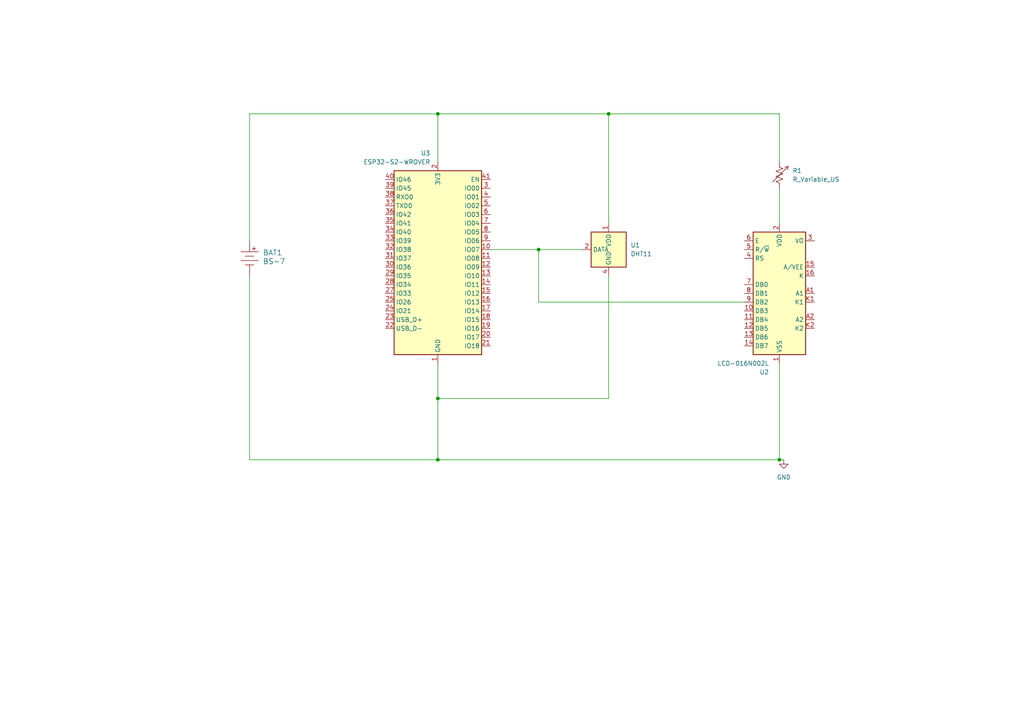
<source format=kicad_sch>
(kicad_sch
	(version 20231120)
	(generator "eeschema")
	(generator_version "8.0")
	(uuid "fd9d8ed1-9b66-4d32-83eb-19e4cb8002eb")
	(paper "A4")
	(lib_symbols
		(symbol "Device:R_Variable_US"
			(pin_numbers hide)
			(pin_names
				(offset 0)
			)
			(exclude_from_sim no)
			(in_bom yes)
			(on_board yes)
			(property "Reference" "R"
				(at 2.54 -2.54 90)
				(effects
					(font
						(size 1.27 1.27)
					)
					(justify left)
				)
			)
			(property "Value" "R_Variable_US"
				(at -2.54 -1.27 90)
				(effects
					(font
						(size 1.27 1.27)
					)
					(justify left)
				)
			)
			(property "Footprint" ""
				(at -1.778 0 90)
				(effects
					(font
						(size 1.27 1.27)
					)
					(hide yes)
				)
			)
			(property "Datasheet" "~"
				(at 0 0 0)
				(effects
					(font
						(size 1.27 1.27)
					)
					(hide yes)
				)
			)
			(property "Description" "Variable resistor, US symbol"
				(at 0 0 0)
				(effects
					(font
						(size 1.27 1.27)
					)
					(hide yes)
				)
			)
			(property "ki_keywords" "R res resistor variable potentiometer rheostat"
				(at 0 0 0)
				(effects
					(font
						(size 1.27 1.27)
					)
					(hide yes)
				)
			)
			(property "ki_fp_filters" "R_*"
				(at 0 0 0)
				(effects
					(font
						(size 1.27 1.27)
					)
					(hide yes)
				)
			)
			(symbol "R_Variable_US_0_1"
				(polyline
					(pts
						(xy 0 -2.286) (xy 0 -2.54)
					)
					(stroke
						(width 0)
						(type default)
					)
					(fill
						(type none)
					)
				)
				(polyline
					(pts
						(xy 0 2.286) (xy 0 2.54)
					)
					(stroke
						(width 0)
						(type default)
					)
					(fill
						(type none)
					)
				)
				(polyline
					(pts
						(xy 0 -0.762) (xy 1.016 -1.143) (xy 0 -1.524) (xy -1.016 -1.905) (xy 0 -2.286)
					)
					(stroke
						(width 0)
						(type default)
					)
					(fill
						(type none)
					)
				)
				(polyline
					(pts
						(xy 0 0.762) (xy 1.016 0.381) (xy 0 0) (xy -1.016 -0.381) (xy 0 -0.762)
					)
					(stroke
						(width 0)
						(type default)
					)
					(fill
						(type none)
					)
				)
				(polyline
					(pts
						(xy 0 2.286) (xy 1.016 1.905) (xy 0 1.524) (xy -1.016 1.143) (xy 0 0.762)
					)
					(stroke
						(width 0.1524)
						(type default)
					)
					(fill
						(type none)
					)
				)
				(polyline
					(pts
						(xy 2.286 1.524) (xy 2.54 2.54) (xy 1.524 2.286) (xy 2.54 2.54) (xy -2.032 -2.032)
					)
					(stroke
						(width 0.1524)
						(type default)
					)
					(fill
						(type none)
					)
				)
			)
			(symbol "R_Variable_US_1_1"
				(pin passive line
					(at 0 3.81 270)
					(length 1.27)
					(name "~"
						(effects
							(font
								(size 1.27 1.27)
							)
						)
					)
					(number "1"
						(effects
							(font
								(size 1.27 1.27)
							)
						)
					)
				)
				(pin passive line
					(at 0 -3.81 90)
					(length 1.27)
					(name "~"
						(effects
							(font
								(size 1.27 1.27)
							)
						)
					)
					(number "2"
						(effects
							(font
								(size 1.27 1.27)
							)
						)
					)
				)
			)
		)
		(symbol "Display_Character:LCD-016N002L"
			(exclude_from_sim no)
			(in_bom yes)
			(on_board yes)
			(property "Reference" "U"
				(at -6.35 18.796 0)
				(effects
					(font
						(size 1.27 1.27)
					)
				)
			)
			(property "Value" "LCD-016N002L"
				(at 8.636 18.796 0)
				(effects
					(font
						(size 1.27 1.27)
					)
				)
			)
			(property "Footprint" "Display:LCD-016N002L"
				(at 0.508 -23.368 0)
				(effects
					(font
						(size 1.27 1.27)
					)
					(hide yes)
				)
			)
			(property "Datasheet" "http://www.vishay.com/docs/37299/37299.pdf"
				(at 12.7 -7.62 0)
				(effects
					(font
						(size 1.27 1.27)
					)
					(hide yes)
				)
			)
			(property "Description" "LCD 12x2, 8 bit parallel bus, 3V or 5V VDD"
				(at 0 0 0)
				(effects
					(font
						(size 1.27 1.27)
					)
					(hide yes)
				)
			)
			(property "ki_keywords" "display LCD dot-matrix"
				(at 0 0 0)
				(effects
					(font
						(size 1.27 1.27)
					)
					(hide yes)
				)
			)
			(property "ki_fp_filters" "*LCD*016N002L*"
				(at 0 0 0)
				(effects
					(font
						(size 1.27 1.27)
					)
					(hide yes)
				)
			)
			(symbol "LCD-016N002L_1_1"
				(rectangle
					(start -7.62 17.78)
					(end 7.62 -17.78)
					(stroke
						(width 0.254)
						(type default)
					)
					(fill
						(type background)
					)
				)
				(pin power_in line
					(at 0 -20.32 90)
					(length 2.54)
					(name "VSS"
						(effects
							(font
								(size 1.27 1.27)
							)
						)
					)
					(number "1"
						(effects
							(font
								(size 1.27 1.27)
							)
						)
					)
				)
				(pin bidirectional line
					(at -10.16 -5.08 0)
					(length 2.54)
					(name "DB3"
						(effects
							(font
								(size 1.27 1.27)
							)
						)
					)
					(number "10"
						(effects
							(font
								(size 1.27 1.27)
							)
						)
					)
				)
				(pin bidirectional line
					(at -10.16 -7.62 0)
					(length 2.54)
					(name "DB4"
						(effects
							(font
								(size 1.27 1.27)
							)
						)
					)
					(number "11"
						(effects
							(font
								(size 1.27 1.27)
							)
						)
					)
				)
				(pin bidirectional line
					(at -10.16 -10.16 0)
					(length 2.54)
					(name "DB5"
						(effects
							(font
								(size 1.27 1.27)
							)
						)
					)
					(number "12"
						(effects
							(font
								(size 1.27 1.27)
							)
						)
					)
				)
				(pin bidirectional line
					(at -10.16 -12.7 0)
					(length 2.54)
					(name "DB6"
						(effects
							(font
								(size 1.27 1.27)
							)
						)
					)
					(number "13"
						(effects
							(font
								(size 1.27 1.27)
							)
						)
					)
				)
				(pin bidirectional line
					(at -10.16 -15.24 0)
					(length 2.54)
					(name "DB7"
						(effects
							(font
								(size 1.27 1.27)
							)
						)
					)
					(number "14"
						(effects
							(font
								(size 1.27 1.27)
							)
						)
					)
				)
				(pin power_in line
					(at 10.16 7.62 180)
					(length 2.54)
					(name "A/VEE"
						(effects
							(font
								(size 1.27 1.27)
							)
						)
					)
					(number "15"
						(effects
							(font
								(size 1.27 1.27)
							)
						)
					)
				)
				(pin power_in line
					(at 10.16 5.08 180)
					(length 2.54)
					(name "K"
						(effects
							(font
								(size 1.27 1.27)
							)
						)
					)
					(number "16"
						(effects
							(font
								(size 1.27 1.27)
							)
						)
					)
				)
				(pin power_in line
					(at 0 20.32 270)
					(length 2.54)
					(name "VDD"
						(effects
							(font
								(size 1.27 1.27)
							)
						)
					)
					(number "2"
						(effects
							(font
								(size 1.27 1.27)
							)
						)
					)
				)
				(pin input line
					(at 10.16 15.24 180)
					(length 2.54)
					(name "VO"
						(effects
							(font
								(size 1.27 1.27)
							)
						)
					)
					(number "3"
						(effects
							(font
								(size 1.27 1.27)
							)
						)
					)
				)
				(pin input line
					(at -10.16 10.16 0)
					(length 2.54)
					(name "RS"
						(effects
							(font
								(size 1.27 1.27)
							)
						)
					)
					(number "4"
						(effects
							(font
								(size 1.27 1.27)
							)
						)
					)
				)
				(pin input line
					(at -10.16 12.7 0)
					(length 2.54)
					(name "R/~{W}"
						(effects
							(font
								(size 1.27 1.27)
							)
						)
					)
					(number "5"
						(effects
							(font
								(size 1.27 1.27)
							)
						)
					)
				)
				(pin input line
					(at -10.16 15.24 0)
					(length 2.54)
					(name "E"
						(effects
							(font
								(size 1.27 1.27)
							)
						)
					)
					(number "6"
						(effects
							(font
								(size 1.27 1.27)
							)
						)
					)
				)
				(pin bidirectional line
					(at -10.16 2.54 0)
					(length 2.54)
					(name "DB0"
						(effects
							(font
								(size 1.27 1.27)
							)
						)
					)
					(number "7"
						(effects
							(font
								(size 1.27 1.27)
							)
						)
					)
				)
				(pin bidirectional line
					(at -10.16 0 0)
					(length 2.54)
					(name "DB1"
						(effects
							(font
								(size 1.27 1.27)
							)
						)
					)
					(number "8"
						(effects
							(font
								(size 1.27 1.27)
							)
						)
					)
				)
				(pin bidirectional line
					(at -10.16 -2.54 0)
					(length 2.54)
					(name "DB2"
						(effects
							(font
								(size 1.27 1.27)
							)
						)
					)
					(number "9"
						(effects
							(font
								(size 1.27 1.27)
							)
						)
					)
				)
				(pin power_in line
					(at 10.16 0 180)
					(length 2.54)
					(name "A1"
						(effects
							(font
								(size 1.27 1.27)
							)
						)
					)
					(number "A1"
						(effects
							(font
								(size 1.27 1.27)
							)
						)
					)
				)
				(pin power_in line
					(at 10.16 -7.62 180)
					(length 2.54)
					(name "A2"
						(effects
							(font
								(size 1.27 1.27)
							)
						)
					)
					(number "A2"
						(effects
							(font
								(size 1.27 1.27)
							)
						)
					)
				)
				(pin power_in line
					(at 10.16 -2.54 180)
					(length 2.54)
					(name "K1"
						(effects
							(font
								(size 1.27 1.27)
							)
						)
					)
					(number "K1"
						(effects
							(font
								(size 1.27 1.27)
							)
						)
					)
				)
				(pin power_in line
					(at 10.16 -10.16 180)
					(length 2.54)
					(name "K2"
						(effects
							(font
								(size 1.27 1.27)
							)
						)
					)
					(number "K2"
						(effects
							(font
								(size 1.27 1.27)
							)
						)
					)
				)
			)
		)
		(symbol "RF_Module:ESP32-S2-WROVER"
			(exclude_from_sim no)
			(in_bom yes)
			(on_board yes)
			(property "Reference" "U"
				(at -12.7 29.21 0)
				(effects
					(font
						(size 1.27 1.27)
					)
					(justify left)
				)
			)
			(property "Value" "ESP32-S2-WROVER"
				(at 2.54 29.21 0)
				(effects
					(font
						(size 1.27 1.27)
					)
					(justify left)
				)
			)
			(property "Footprint" "RF_Module:ESP32-S2-WROVER"
				(at 19.05 -29.21 0)
				(effects
					(font
						(size 1.27 1.27)
					)
					(hide yes)
				)
			)
			(property "Datasheet" "https://www.espressif.com/sites/default/files/documentation/esp32-s2-wroom_esp32-s2-wroom-i_datasheet_en.pdf"
				(at -7.62 -20.32 0)
				(effects
					(font
						(size 1.27 1.27)
					)
					(hide yes)
				)
			)
			(property "Description" "RF Module, ESP32-D0WDQ6 SoC, Wi-Fi 802.11b/g/n, 32-bit, 2.7-3.6V, onboard antenna, SMD"
				(at 0 0 0)
				(effects
					(font
						(size 1.27 1.27)
					)
					(hide yes)
				)
			)
			(property "ki_keywords" "RF Radio ESP ESP32 Espressif onboard PCB antenna"
				(at 0 0 0)
				(effects
					(font
						(size 1.27 1.27)
					)
					(hide yes)
				)
			)
			(property "ki_fp_filters" "ESP32?S2?WROVER*"
				(at 0 0 0)
				(effects
					(font
						(size 1.27 1.27)
					)
					(hide yes)
				)
			)
			(symbol "ESP32-S2-WROVER_0_1"
				(rectangle
					(start -12.7 27.94)
					(end 12.7 -25.4)
					(stroke
						(width 0.254)
						(type default)
					)
					(fill
						(type background)
					)
				)
			)
			(symbol "ESP32-S2-WROVER_1_1"
				(pin power_in line
					(at 0 -27.94 90)
					(length 2.54)
					(name "GND"
						(effects
							(font
								(size 1.27 1.27)
							)
						)
					)
					(number "1"
						(effects
							(font
								(size 1.27 1.27)
							)
						)
					)
				)
				(pin bidirectional line
					(at -15.24 5.08 0)
					(length 2.54)
					(name "IO07"
						(effects
							(font
								(size 1.27 1.27)
							)
						)
					)
					(number "10"
						(effects
							(font
								(size 1.27 1.27)
							)
						)
					)
				)
				(pin bidirectional line
					(at -15.24 2.54 0)
					(length 2.54)
					(name "IO08"
						(effects
							(font
								(size 1.27 1.27)
							)
						)
					)
					(number "11"
						(effects
							(font
								(size 1.27 1.27)
							)
						)
					)
				)
				(pin bidirectional line
					(at -15.24 0 0)
					(length 2.54)
					(name "IO09"
						(effects
							(font
								(size 1.27 1.27)
							)
						)
					)
					(number "12"
						(effects
							(font
								(size 1.27 1.27)
							)
						)
					)
				)
				(pin bidirectional line
					(at -15.24 -2.54 0)
					(length 2.54)
					(name "IO10"
						(effects
							(font
								(size 1.27 1.27)
							)
						)
					)
					(number "13"
						(effects
							(font
								(size 1.27 1.27)
							)
						)
					)
				)
				(pin bidirectional line
					(at -15.24 -5.08 0)
					(length 2.54)
					(name "IO11"
						(effects
							(font
								(size 1.27 1.27)
							)
						)
					)
					(number "14"
						(effects
							(font
								(size 1.27 1.27)
							)
						)
					)
				)
				(pin bidirectional line
					(at -15.24 -7.62 0)
					(length 2.54)
					(name "IO12"
						(effects
							(font
								(size 1.27 1.27)
							)
						)
					)
					(number "15"
						(effects
							(font
								(size 1.27 1.27)
							)
						)
					)
				)
				(pin bidirectional line
					(at -15.24 -10.16 0)
					(length 2.54)
					(name "IO13"
						(effects
							(font
								(size 1.27 1.27)
							)
						)
					)
					(number "16"
						(effects
							(font
								(size 1.27 1.27)
							)
						)
					)
				)
				(pin bidirectional line
					(at -15.24 -12.7 0)
					(length 2.54)
					(name "IO14"
						(effects
							(font
								(size 1.27 1.27)
							)
						)
					)
					(number "17"
						(effects
							(font
								(size 1.27 1.27)
							)
						)
					)
				)
				(pin bidirectional line
					(at -15.24 -15.24 0)
					(length 2.54)
					(name "IO15"
						(effects
							(font
								(size 1.27 1.27)
							)
						)
					)
					(number "18"
						(effects
							(font
								(size 1.27 1.27)
							)
						)
					)
				)
				(pin bidirectional line
					(at -15.24 -17.78 0)
					(length 2.54)
					(name "IO16"
						(effects
							(font
								(size 1.27 1.27)
							)
						)
					)
					(number "19"
						(effects
							(font
								(size 1.27 1.27)
							)
						)
					)
				)
				(pin power_in line
					(at 0 30.48 270)
					(length 2.54)
					(name "3V3"
						(effects
							(font
								(size 1.27 1.27)
							)
						)
					)
					(number "2"
						(effects
							(font
								(size 1.27 1.27)
							)
						)
					)
				)
				(pin bidirectional line
					(at -15.24 -20.32 0)
					(length 2.54)
					(name "IO17"
						(effects
							(font
								(size 1.27 1.27)
							)
						)
					)
					(number "20"
						(effects
							(font
								(size 1.27 1.27)
							)
						)
					)
				)
				(pin bidirectional line
					(at -15.24 -22.86 0)
					(length 2.54)
					(name "IO18"
						(effects
							(font
								(size 1.27 1.27)
							)
						)
					)
					(number "21"
						(effects
							(font
								(size 1.27 1.27)
							)
						)
					)
				)
				(pin bidirectional line
					(at 15.24 -17.78 180)
					(length 2.54)
					(name "USB_D-"
						(effects
							(font
								(size 1.27 1.27)
							)
						)
					)
					(number "22"
						(effects
							(font
								(size 1.27 1.27)
							)
						)
					)
				)
				(pin bidirectional line
					(at 15.24 -15.24 180)
					(length 2.54)
					(name "USB_D+"
						(effects
							(font
								(size 1.27 1.27)
							)
						)
					)
					(number "23"
						(effects
							(font
								(size 1.27 1.27)
							)
						)
					)
				)
				(pin bidirectional line
					(at 15.24 -12.7 180)
					(length 2.54)
					(name "IO21"
						(effects
							(font
								(size 1.27 1.27)
							)
						)
					)
					(number "24"
						(effects
							(font
								(size 1.27 1.27)
							)
						)
					)
				)
				(pin bidirectional line
					(at 15.24 -10.16 180)
					(length 2.54)
					(name "IO26"
						(effects
							(font
								(size 1.27 1.27)
							)
						)
					)
					(number "25"
						(effects
							(font
								(size 1.27 1.27)
							)
						)
					)
				)
				(pin passive line
					(at 0 -27.94 90)
					(length 2.54) hide
					(name "GND"
						(effects
							(font
								(size 1.27 1.27)
							)
						)
					)
					(number "26"
						(effects
							(font
								(size 1.27 1.27)
							)
						)
					)
				)
				(pin bidirectional line
					(at 15.24 -7.62 180)
					(length 2.54)
					(name "IO33"
						(effects
							(font
								(size 1.27 1.27)
							)
						)
					)
					(number "27"
						(effects
							(font
								(size 1.27 1.27)
							)
						)
					)
				)
				(pin bidirectional line
					(at 15.24 -5.08 180)
					(length 2.54)
					(name "IO34"
						(effects
							(font
								(size 1.27 1.27)
							)
						)
					)
					(number "28"
						(effects
							(font
								(size 1.27 1.27)
							)
						)
					)
				)
				(pin bidirectional line
					(at 15.24 -2.54 180)
					(length 2.54)
					(name "IO35"
						(effects
							(font
								(size 1.27 1.27)
							)
						)
					)
					(number "29"
						(effects
							(font
								(size 1.27 1.27)
							)
						)
					)
				)
				(pin bidirectional line
					(at -15.24 22.86 0)
					(length 2.54)
					(name "IO00"
						(effects
							(font
								(size 1.27 1.27)
							)
						)
					)
					(number "3"
						(effects
							(font
								(size 1.27 1.27)
							)
						)
					)
				)
				(pin bidirectional line
					(at 15.24 0 180)
					(length 2.54)
					(name "IO36"
						(effects
							(font
								(size 1.27 1.27)
							)
						)
					)
					(number "30"
						(effects
							(font
								(size 1.27 1.27)
							)
						)
					)
				)
				(pin bidirectional line
					(at 15.24 2.54 180)
					(length 2.54)
					(name "IO37"
						(effects
							(font
								(size 1.27 1.27)
							)
						)
					)
					(number "31"
						(effects
							(font
								(size 1.27 1.27)
							)
						)
					)
				)
				(pin bidirectional line
					(at 15.24 5.08 180)
					(length 2.54)
					(name "IO38"
						(effects
							(font
								(size 1.27 1.27)
							)
						)
					)
					(number "32"
						(effects
							(font
								(size 1.27 1.27)
							)
						)
					)
				)
				(pin bidirectional line
					(at 15.24 7.62 180)
					(length 2.54)
					(name "IO39"
						(effects
							(font
								(size 1.27 1.27)
							)
						)
					)
					(number "33"
						(effects
							(font
								(size 1.27 1.27)
							)
						)
					)
				)
				(pin bidirectional line
					(at 15.24 10.16 180)
					(length 2.54)
					(name "IO40"
						(effects
							(font
								(size 1.27 1.27)
							)
						)
					)
					(number "34"
						(effects
							(font
								(size 1.27 1.27)
							)
						)
					)
				)
				(pin bidirectional line
					(at 15.24 12.7 180)
					(length 2.54)
					(name "IO41"
						(effects
							(font
								(size 1.27 1.27)
							)
						)
					)
					(number "35"
						(effects
							(font
								(size 1.27 1.27)
							)
						)
					)
				)
				(pin bidirectional line
					(at 15.24 15.24 180)
					(length 2.54)
					(name "IO42"
						(effects
							(font
								(size 1.27 1.27)
							)
						)
					)
					(number "36"
						(effects
							(font
								(size 1.27 1.27)
							)
						)
					)
				)
				(pin bidirectional line
					(at 15.24 17.78 180)
					(length 2.54)
					(name "TXD0"
						(effects
							(font
								(size 1.27 1.27)
							)
						)
					)
					(number "37"
						(effects
							(font
								(size 1.27 1.27)
							)
						)
					)
				)
				(pin bidirectional line
					(at 15.24 20.32 180)
					(length 2.54)
					(name "RXD0"
						(effects
							(font
								(size 1.27 1.27)
							)
						)
					)
					(number "38"
						(effects
							(font
								(size 1.27 1.27)
							)
						)
					)
				)
				(pin bidirectional line
					(at 15.24 22.86 180)
					(length 2.54)
					(name "IO45"
						(effects
							(font
								(size 1.27 1.27)
							)
						)
					)
					(number "39"
						(effects
							(font
								(size 1.27 1.27)
							)
						)
					)
				)
				(pin bidirectional line
					(at -15.24 20.32 0)
					(length 2.54)
					(name "IO01"
						(effects
							(font
								(size 1.27 1.27)
							)
						)
					)
					(number "4"
						(effects
							(font
								(size 1.27 1.27)
							)
						)
					)
				)
				(pin input line
					(at 15.24 25.4 180)
					(length 2.54)
					(name "IO46"
						(effects
							(font
								(size 1.27 1.27)
							)
						)
					)
					(number "40"
						(effects
							(font
								(size 1.27 1.27)
							)
						)
					)
				)
				(pin input line
					(at -15.24 25.4 0)
					(length 2.54)
					(name "EN"
						(effects
							(font
								(size 1.27 1.27)
							)
						)
					)
					(number "41"
						(effects
							(font
								(size 1.27 1.27)
							)
						)
					)
				)
				(pin passive line
					(at 0 -27.94 90)
					(length 2.54) hide
					(name "GND"
						(effects
							(font
								(size 1.27 1.27)
							)
						)
					)
					(number "42"
						(effects
							(font
								(size 1.27 1.27)
							)
						)
					)
				)
				(pin passive line
					(at 0 -27.94 90)
					(length 2.54) hide
					(name "GND"
						(effects
							(font
								(size 1.27 1.27)
							)
						)
					)
					(number "43"
						(effects
							(font
								(size 1.27 1.27)
							)
						)
					)
				)
				(pin bidirectional line
					(at -15.24 17.78 0)
					(length 2.54)
					(name "IO02"
						(effects
							(font
								(size 1.27 1.27)
							)
						)
					)
					(number "5"
						(effects
							(font
								(size 1.27 1.27)
							)
						)
					)
				)
				(pin bidirectional line
					(at -15.24 15.24 0)
					(length 2.54)
					(name "IO03"
						(effects
							(font
								(size 1.27 1.27)
							)
						)
					)
					(number "6"
						(effects
							(font
								(size 1.27 1.27)
							)
						)
					)
				)
				(pin bidirectional line
					(at -15.24 12.7 0)
					(length 2.54)
					(name "IO04"
						(effects
							(font
								(size 1.27 1.27)
							)
						)
					)
					(number "7"
						(effects
							(font
								(size 1.27 1.27)
							)
						)
					)
				)
				(pin bidirectional line
					(at -15.24 10.16 0)
					(length 2.54)
					(name "IO05"
						(effects
							(font
								(size 1.27 1.27)
							)
						)
					)
					(number "8"
						(effects
							(font
								(size 1.27 1.27)
							)
						)
					)
				)
				(pin bidirectional line
					(at -15.24 7.62 0)
					(length 2.54)
					(name "IO06"
						(effects
							(font
								(size 1.27 1.27)
							)
						)
					)
					(number "9"
						(effects
							(font
								(size 1.27 1.27)
							)
						)
					)
				)
			)
		)
		(symbol "Sensor:DHT11"
			(exclude_from_sim no)
			(in_bom yes)
			(on_board yes)
			(property "Reference" "U"
				(at -3.81 6.35 0)
				(effects
					(font
						(size 1.27 1.27)
					)
				)
			)
			(property "Value" "DHT11"
				(at 3.81 6.35 0)
				(effects
					(font
						(size 1.27 1.27)
					)
				)
			)
			(property "Footprint" "Sensor:Aosong_DHT11_5.5x12.0_P2.54mm"
				(at 0 -10.16 0)
				(effects
					(font
						(size 1.27 1.27)
					)
					(hide yes)
				)
			)
			(property "Datasheet" "http://akizukidenshi.com/download/ds/aosong/DHT11.pdf"
				(at 3.81 6.35 0)
				(effects
					(font
						(size 1.27 1.27)
					)
					(hide yes)
				)
			)
			(property "Description" "3.3V to 5.5V, temperature and humidity module, DHT11"
				(at 0 0 0)
				(effects
					(font
						(size 1.27 1.27)
					)
					(hide yes)
				)
			)
			(property "ki_keywords" "digital sensor"
				(at 0 0 0)
				(effects
					(font
						(size 1.27 1.27)
					)
					(hide yes)
				)
			)
			(property "ki_fp_filters" "Aosong*DHT11*5.5x12.0*P2.54mm*"
				(at 0 0 0)
				(effects
					(font
						(size 1.27 1.27)
					)
					(hide yes)
				)
			)
			(symbol "DHT11_0_1"
				(rectangle
					(start -5.08 5.08)
					(end 5.08 -5.08)
					(stroke
						(width 0.254)
						(type default)
					)
					(fill
						(type background)
					)
				)
			)
			(symbol "DHT11_1_1"
				(pin power_in line
					(at 0 7.62 270)
					(length 2.54)
					(name "VDD"
						(effects
							(font
								(size 1.27 1.27)
							)
						)
					)
					(number "1"
						(effects
							(font
								(size 1.27 1.27)
							)
						)
					)
				)
				(pin bidirectional line
					(at 7.62 0 180)
					(length 2.54)
					(name "DATA"
						(effects
							(font
								(size 1.27 1.27)
							)
						)
					)
					(number "2"
						(effects
							(font
								(size 1.27 1.27)
							)
						)
					)
				)
				(pin no_connect line
					(at -5.08 0 0)
					(length 2.54) hide
					(name "NC"
						(effects
							(font
								(size 1.27 1.27)
							)
						)
					)
					(number "3"
						(effects
							(font
								(size 1.27 1.27)
							)
						)
					)
				)
				(pin power_in line
					(at 0 -7.62 90)
					(length 2.54)
					(name "GND"
						(effects
							(font
								(size 1.27 1.27)
							)
						)
					)
					(number "4"
						(effects
							(font
								(size 1.27 1.27)
							)
						)
					)
				)
			)
		)
		(symbol "dk_Battery-Holders-Clips-Contacts:BS-7"
			(pin_numbers hide)
			(pin_names
				(offset 1.016)
			)
			(exclude_from_sim no)
			(in_bom yes)
			(on_board yes)
			(property "Reference" "BAT"
				(at -1.27 3.81 0)
				(effects
					(font
						(size 1.524 1.524)
					)
					(justify right)
				)
			)
			(property "Value" "BS-7"
				(at -1.27 -3.81 0)
				(effects
					(font
						(size 1.524 1.524)
					)
					(justify right)
				)
			)
			(property "Footprint" "digikey-footprints:Battery_Holder_Coin_2032_BS-7"
				(at 5.08 5.08 0)
				(effects
					(font
						(size 1.524 1.524)
					)
					(justify left)
					(hide yes)
				)
			)
			(property "Datasheet" "http://www.memoryprotectiondevices.com/datasheets/BS-7-datasheet.pdf"
				(at 5.08 7.62 90)
				(effects
					(font
						(size 1.524 1.524)
					)
					(justify left)
					(hide yes)
				)
			)
			(property "Description" "BATTERY HOLDER COIN 20MM PC PIN"
				(at 5.08 10.16 0)
				(effects
					(font
						(size 1.524 1.524)
					)
					(justify left)
					(hide yes)
				)
			)
			(property "MPN" "BS-7"
				(at 5.08 12.7 0)
				(effects
					(font
						(size 1.524 1.524)
					)
					(justify left)
					(hide yes)
				)
			)
			(property "Category" "Battery Products"
				(at 5.08 15.24 0)
				(effects
					(font
						(size 1.524 1.524)
					)
					(justify left)
					(hide yes)
				)
			)
			(property "Family" "Battery Holders, Clips, Contacts"
				(at 5.08 17.78 0)
				(effects
					(font
						(size 1.524 1.524)
					)
					(justify left)
					(hide yes)
				)
			)
			(property "DK_Datasheet_Link" "http://www.memoryprotectiondevices.com/datasheets/BS-7-datasheet.pdf"
				(at 5.08 20.32 0)
				(effects
					(font
						(size 1.524 1.524)
					)
					(justify left)
					(hide yes)
				)
			)
			(property "DK_Detail_Page" "/product-detail/en/mpd-memory-protection-devices/BS-7/BS-7-ND/389447"
				(at 5.08 22.86 0)
				(effects
					(font
						(size 1.524 1.524)
					)
					(justify left)
					(hide yes)
				)
			)
			(property "Description_1" "BATTERY HOLDER COIN 20MM PC PIN"
				(at 5.08 25.4 0)
				(effects
					(font
						(size 1.524 1.524)
					)
					(justify left)
					(hide yes)
				)
			)
			(property "Manufacturer" "MPD (Memory Protection Devices)"
				(at 5.08 27.94 0)
				(effects
					(font
						(size 1.524 1.524)
					)
					(justify left)
					(hide yes)
				)
			)
			(property "Status" "Active"
				(at 5.08 30.48 0)
				(effects
					(font
						(size 1.524 1.524)
					)
					(justify left)
					(hide yes)
				)
			)
			(property "ki_keywords" "BS-7-ND"
				(at 0 0 0)
				(effects
					(font
						(size 1.27 1.27)
					)
					(hide yes)
				)
			)
			(symbol "BS-7_1_1"
				(polyline
					(pts
						(xy 0 -2.54) (xy 0 -1.905)
					)
					(stroke
						(width 0)
						(type solid)
					)
					(fill
						(type none)
					)
				)
				(polyline
					(pts
						(xy 0 1.905) (xy 0 2.54)
					)
					(stroke
						(width 0)
						(type solid)
					)
					(fill
						(type none)
					)
				)
				(polyline
					(pts
						(xy 1.27 -1.905) (xy -1.27 -1.905)
					)
					(stroke
						(width 0)
						(type solid)
					)
					(fill
						(type none)
					)
				)
				(polyline
					(pts
						(xy 1.27 0.635) (xy -1.27 0.635)
					)
					(stroke
						(width 0)
						(type solid)
					)
					(fill
						(type none)
					)
				)
				(polyline
					(pts
						(xy 1.27 2.286) (xy 1.27 3.302)
					)
					(stroke
						(width 0)
						(type solid)
					)
					(fill
						(type none)
					)
				)
				(polyline
					(pts
						(xy 1.778 2.794) (xy 0.762 2.794)
					)
					(stroke
						(width 0)
						(type solid)
					)
					(fill
						(type none)
					)
				)
				(polyline
					(pts
						(xy 2.54 -0.635) (xy -2.54 -0.635)
					)
					(stroke
						(width 0)
						(type solid)
					)
					(fill
						(type none)
					)
				)
				(polyline
					(pts
						(xy 2.54 1.905) (xy -2.54 1.905)
					)
					(stroke
						(width 0)
						(type solid)
					)
					(fill
						(type none)
					)
				)
				(pin power_out line
					(at 0 -5.08 90)
					(length 2.54)
					(name "~"
						(effects
							(font
								(size 1.27 1.27)
							)
						)
					)
					(number "Neg"
						(effects
							(font
								(size 1.27 1.27)
							)
						)
					)
				)
				(pin power_out line
					(at 0 5.08 270)
					(length 2.54)
					(name "~"
						(effects
							(font
								(size 1.27 1.27)
							)
						)
					)
					(number "Pos"
						(effects
							(font
								(size 1.27 1.27)
							)
						)
					)
				)
			)
		)
		(symbol "power:GND"
			(power)
			(pin_numbers hide)
			(pin_names
				(offset 0) hide)
			(exclude_from_sim no)
			(in_bom yes)
			(on_board yes)
			(property "Reference" "#PWR"
				(at 0 -6.35 0)
				(effects
					(font
						(size 1.27 1.27)
					)
					(hide yes)
				)
			)
			(property "Value" "GND"
				(at 0 -3.81 0)
				(effects
					(font
						(size 1.27 1.27)
					)
				)
			)
			(property "Footprint" ""
				(at 0 0 0)
				(effects
					(font
						(size 1.27 1.27)
					)
					(hide yes)
				)
			)
			(property "Datasheet" ""
				(at 0 0 0)
				(effects
					(font
						(size 1.27 1.27)
					)
					(hide yes)
				)
			)
			(property "Description" "Power symbol creates a global label with name \"GND\" , ground"
				(at 0 0 0)
				(effects
					(font
						(size 1.27 1.27)
					)
					(hide yes)
				)
			)
			(property "ki_keywords" "global power"
				(at 0 0 0)
				(effects
					(font
						(size 1.27 1.27)
					)
					(hide yes)
				)
			)
			(symbol "GND_0_1"
				(polyline
					(pts
						(xy 0 0) (xy 0 -1.27) (xy 1.27 -1.27) (xy 0 -2.54) (xy -1.27 -1.27) (xy 0 -1.27)
					)
					(stroke
						(width 0)
						(type default)
					)
					(fill
						(type none)
					)
				)
			)
			(symbol "GND_1_1"
				(pin power_in line
					(at 0 0 270)
					(length 0)
					(name "~"
						(effects
							(font
								(size 1.27 1.27)
							)
						)
					)
					(number "1"
						(effects
							(font
								(size 1.27 1.27)
							)
						)
					)
				)
			)
		)
	)
	(junction
		(at 127 33.02)
		(diameter 0)
		(color 0 0 0 0)
		(uuid "542a70a0-f72f-48e9-be7b-1e7712287c53")
	)
	(junction
		(at 226.06 133.35)
		(diameter 0)
		(color 0 0 0 0)
		(uuid "8f878f9b-2279-42b7-b91b-a11e835f6426")
	)
	(junction
		(at 176.53 33.02)
		(diameter 0)
		(color 0 0 0 0)
		(uuid "99c910ce-8465-44a6-8d34-9b922dce6ef9")
	)
	(junction
		(at 156.21 72.39)
		(diameter 0)
		(color 0 0 0 0)
		(uuid "ad885dbf-4840-4362-a177-415bd13292a2")
	)
	(junction
		(at 127 115.57)
		(diameter 0)
		(color 0 0 0 0)
		(uuid "edd745a0-e175-4c7f-9a93-e562df8de5e1")
	)
	(junction
		(at 127 133.35)
		(diameter 0)
		(color 0 0 0 0)
		(uuid "fe3b0037-98b6-4c23-912f-36d4c8f1ec1f")
	)
	(wire
		(pts
			(xy 226.06 54.61) (xy 226.06 64.77)
		)
		(stroke
			(width 0)
			(type default)
		)
		(uuid "11a004f8-4dfd-4a9e-9476-ee0304f21be9")
	)
	(wire
		(pts
			(xy 156.21 87.63) (xy 215.9 87.63)
		)
		(stroke
			(width 0)
			(type default)
		)
		(uuid "20cebbfc-766b-4ae3-8a98-a2923c25dcd7")
	)
	(wire
		(pts
			(xy 127 105.41) (xy 127 115.57)
		)
		(stroke
			(width 0)
			(type default)
		)
		(uuid "2475a658-6fc1-4513-8003-14b73f014bff")
	)
	(wire
		(pts
			(xy 127 33.02) (xy 127 46.99)
		)
		(stroke
			(width 0)
			(type default)
		)
		(uuid "27aee422-832d-41dc-9cef-b616a171eed3")
	)
	(wire
		(pts
			(xy 176.53 80.01) (xy 176.53 115.57)
		)
		(stroke
			(width 0)
			(type default)
		)
		(uuid "439962fe-ae04-4bae-acda-1370f8f9039d")
	)
	(wire
		(pts
			(xy 226.06 33.02) (xy 176.53 33.02)
		)
		(stroke
			(width 0)
			(type default)
		)
		(uuid "48432893-492e-4017-831f-afdfa970b64a")
	)
	(wire
		(pts
			(xy 226.06 105.41) (xy 226.06 133.35)
		)
		(stroke
			(width 0)
			(type default)
		)
		(uuid "54f76f05-ad06-4262-82eb-78f8808c17d3")
	)
	(wire
		(pts
			(xy 142.24 72.39) (xy 156.21 72.39)
		)
		(stroke
			(width 0)
			(type default)
		)
		(uuid "578b9431-2189-4ad8-8ab9-98a2cca9a7a5")
	)
	(wire
		(pts
			(xy 72.39 33.02) (xy 127 33.02)
		)
		(stroke
			(width 0)
			(type default)
		)
		(uuid "5b7dc588-cc7d-4382-853a-76bbe2594928")
	)
	(wire
		(pts
			(xy 226.06 46.99) (xy 226.06 33.02)
		)
		(stroke
			(width 0)
			(type default)
		)
		(uuid "6055c00d-9422-499d-8194-aebcbd06267e")
	)
	(wire
		(pts
			(xy 156.21 72.39) (xy 168.91 72.39)
		)
		(stroke
			(width 0)
			(type default)
		)
		(uuid "6a57a6aa-2b32-4d72-b0d1-f2f27398d0d1")
	)
	(wire
		(pts
			(xy 176.53 33.02) (xy 176.53 64.77)
		)
		(stroke
			(width 0)
			(type default)
		)
		(uuid "6cf8538e-3dcb-4e32-91bf-3e6e4e88830a")
	)
	(wire
		(pts
			(xy 127 133.35) (xy 226.06 133.35)
		)
		(stroke
			(width 0)
			(type default)
		)
		(uuid "6cf99029-508f-4fd6-8ee4-bc1efca37ee3")
	)
	(wire
		(pts
			(xy 72.39 133.35) (xy 127 133.35)
		)
		(stroke
			(width 0)
			(type default)
		)
		(uuid "74eb4eaf-3776-47a0-a1fe-fa4d0053fae6")
	)
	(wire
		(pts
			(xy 176.53 33.02) (xy 127 33.02)
		)
		(stroke
			(width 0)
			(type default)
		)
		(uuid "81cbd1a6-79da-4491-90b7-986a475b1eb9")
	)
	(wire
		(pts
			(xy 127 115.57) (xy 127 133.35)
		)
		(stroke
			(width 0)
			(type default)
		)
		(uuid "827a222e-4f8d-4504-95cb-d5188539811d")
	)
	(wire
		(pts
			(xy 72.39 69.85) (xy 72.39 33.02)
		)
		(stroke
			(width 0)
			(type default)
		)
		(uuid "9a48be2c-6b63-4239-834b-dc7614a73a33")
	)
	(wire
		(pts
			(xy 72.39 80.01) (xy 72.39 133.35)
		)
		(stroke
			(width 0)
			(type default)
		)
		(uuid "b5719f98-1361-434f-bc8b-bdbebd644d98")
	)
	(wire
		(pts
			(xy 156.21 72.39) (xy 156.21 87.63)
		)
		(stroke
			(width 0)
			(type default)
		)
		(uuid "bc57160b-48dc-4cf3-a77e-443330841b9e")
	)
	(wire
		(pts
			(xy 226.06 133.35) (xy 227.33 133.35)
		)
		(stroke
			(width 0)
			(type default)
		)
		(uuid "d063809d-c890-4fc8-8838-fb63a1ba985b")
	)
	(wire
		(pts
			(xy 176.53 115.57) (xy 127 115.57)
		)
		(stroke
			(width 0)
			(type default)
		)
		(uuid "f389f61a-22e8-44a0-974e-bee4ff418acc")
	)
	(symbol
		(lib_id "RF_Module:ESP32-S2-WROVER")
		(at 127 77.47 0)
		(mirror y)
		(unit 1)
		(exclude_from_sim no)
		(in_bom yes)
		(on_board yes)
		(dnp no)
		(uuid "28054de6-71b4-4e40-977f-8b5823ddfd6d")
		(property "Reference" "U3"
			(at 124.8059 44.45 0)
			(effects
				(font
					(size 1.27 1.27)
				)
				(justify left)
			)
		)
		(property "Value" "ESP32-S2-WROVER"
			(at 124.8059 46.99 0)
			(effects
				(font
					(size 1.27 1.27)
				)
				(justify left)
			)
		)
		(property "Footprint" "RF_Module:ESP32-S2-WROVER"
			(at 107.95 106.68 0)
			(effects
				(font
					(size 1.27 1.27)
				)
				(hide yes)
			)
		)
		(property "Datasheet" "https://www.espressif.com/sites/default/files/documentation/esp32-s2-wroom_esp32-s2-wroom-i_datasheet_en.pdf"
			(at 134.62 97.79 0)
			(effects
				(font
					(size 1.27 1.27)
				)
				(hide yes)
			)
		)
		(property "Description" "RF Module, ESP32-D0WDQ6 SoC, Wi-Fi 802.11b/g/n, 32-bit, 2.7-3.6V, onboard antenna, SMD"
			(at 127 77.47 0)
			(effects
				(font
					(size 1.27 1.27)
				)
				(hide yes)
			)
		)
		(pin "19"
			(uuid "b61384af-fd30-401d-90a1-cbf26a25f32f")
		)
		(pin "34"
			(uuid "5a181fce-e194-4b30-b4f0-eef3fac921e3")
		)
		(pin "10"
			(uuid "847b2482-d17f-4419-b62d-4a8c018246a2")
		)
		(pin "15"
			(uuid "56a72ab2-9825-4b40-a9ff-41b442f8a091")
		)
		(pin "21"
			(uuid "77c487c1-b539-4f8f-b070-e82b4cddb5c7")
		)
		(pin "5"
			(uuid "9ab3e8bb-8282-4496-a4f5-395afd6fed47")
		)
		(pin "18"
			(uuid "7fcb29e1-7300-46e2-b7dc-d519533a4b33")
		)
		(pin "27"
			(uuid "0e6b82d0-5056-4bff-998f-20cdbee2910d")
		)
		(pin "8"
			(uuid "050fc59a-ad2d-49ee-9453-333b66450807")
		)
		(pin "9"
			(uuid "665eee65-2e4d-4791-ba09-6ee10a02447b")
		)
		(pin "2"
			(uuid "a6aa2585-5caa-4ce9-a732-2b21937b9bb9")
		)
		(pin "25"
			(uuid "0d649474-dcb9-46e6-898b-1369a0338092")
		)
		(pin "28"
			(uuid "6fd0882b-faaf-4a6d-8c53-779c9cbfb14d")
		)
		(pin "11"
			(uuid "7dc9e9e7-c3a2-4c37-babf-b6440bdfdad7")
		)
		(pin "3"
			(uuid "f2fa6632-4e80-445c-8214-1e5097d8cc42")
		)
		(pin "41"
			(uuid "1a51bf9e-0174-4eb6-85b4-98b2a0fc5dbf")
		)
		(pin "39"
			(uuid "82111e4c-4f81-4b85-aa3e-8603abe938a1")
		)
		(pin "36"
			(uuid "b211d48d-732c-4720-84cf-982c87a606a6")
		)
		(pin "35"
			(uuid "20264e81-4fd0-4252-99bf-821efb761a52")
		)
		(pin "42"
			(uuid "e533fd12-a90e-4db7-8f38-52095df97cce")
		)
		(pin "14"
			(uuid "7d3a5362-fc5a-4275-b8af-f1e00d94ab76")
		)
		(pin "22"
			(uuid "b38e5151-25ba-460d-8e07-4e91e101f831")
		)
		(pin "31"
			(uuid "cdef8deb-9065-4fe3-b11b-cb83f53cabf0")
		)
		(pin "32"
			(uuid "3ec3bdf8-7050-4639-8422-7bc8919e6807")
		)
		(pin "6"
			(uuid "4e1b0bcb-da71-480a-a9a0-8abca8114821")
		)
		(pin "12"
			(uuid "af5d9eb3-3b79-4394-9582-afb5d34bdea5")
		)
		(pin "13"
			(uuid "d268f59a-28ac-4e92-8516-34f8a1c8519d")
		)
		(pin "20"
			(uuid "5f58436a-a7eb-4e92-aaca-49cb8825ae20")
		)
		(pin "26"
			(uuid "932fca61-6fb8-4e93-9f79-2d85b3443994")
		)
		(pin "29"
			(uuid "04041ed0-8d1a-4f63-a433-65f78071744d")
		)
		(pin "37"
			(uuid "a7e6e480-811c-4b3d-8701-f2b2510677f7")
		)
		(pin "7"
			(uuid "c3a45dbf-c810-4cf0-bc63-8d00c3b6114d")
		)
		(pin "40"
			(uuid "b86e0ae9-a8b7-4c1e-a8cb-e4ce89f22f67")
		)
		(pin "16"
			(uuid "f363cc51-6935-4b37-ae1b-2362cef85712")
		)
		(pin "38"
			(uuid "f03e7785-73a1-49f5-b41b-aeb6967c593d")
		)
		(pin "4"
			(uuid "62e0580d-3f7b-493e-9044-19bb8f1f0f39")
		)
		(pin "17"
			(uuid "aeb5446d-64db-48d2-be24-a22ad7f88cb4")
		)
		(pin "1"
			(uuid "333ce422-e451-4635-8ffa-2b2827500fa3")
		)
		(pin "23"
			(uuid "c8c9273a-0a6d-4db9-ba97-0039e0af950d")
		)
		(pin "24"
			(uuid "ef25f1df-4a57-48c8-b9a9-d0643953615f")
		)
		(pin "30"
			(uuid "eeee6e21-2d42-46c1-86e1-e0a7b763e158")
		)
		(pin "33"
			(uuid "dfaba46d-287d-4ed1-808c-d032c282aa04")
		)
		(pin "43"
			(uuid "c7859781-8afc-4d22-b4de-aa4a6bcfffed")
		)
		(instances
			(project "WeatherStation"
				(path "/fd9d8ed1-9b66-4d32-83eb-19e4cb8002eb"
					(reference "U3")
					(unit 1)
				)
			)
		)
	)
	(symbol
		(lib_id "dk_Battery-Holders-Clips-Contacts:BS-7")
		(at 72.39 74.93 0)
		(unit 1)
		(exclude_from_sim no)
		(in_bom yes)
		(on_board yes)
		(dnp no)
		(fields_autoplaced yes)
		(uuid "83ca86ed-bb60-46c8-9951-d55a7b9c79be")
		(property "Reference" "BAT1"
			(at 76.2 73.2789 0)
			(effects
				(font
					(size 1.524 1.524)
				)
				(justify left)
			)
		)
		(property "Value" "BS-7"
			(at 76.2 75.8189 0)
			(effects
				(font
					(size 1.524 1.524)
				)
				(justify left)
			)
		)
		(property "Footprint" "digikey-footprints:Battery_Holder_Coin_2032_BS-7"
			(at 77.47 69.85 0)
			(effects
				(font
					(size 1.524 1.524)
				)
				(justify left)
				(hide yes)
			)
		)
		(property "Datasheet" "http://www.memoryprotectiondevices.com/datasheets/BS-7-datasheet.pdf"
			(at 77.47 67.31 90)
			(effects
				(font
					(size 1.524 1.524)
				)
				(justify left)
				(hide yes)
			)
		)
		(property "Description" "BATTERY HOLDER COIN 20MM PC PIN"
			(at 77.47 64.77 0)
			(effects
				(font
					(size 1.524 1.524)
				)
				(justify left)
				(hide yes)
			)
		)
		(property "MPN" "BS-7"
			(at 77.47 62.23 0)
			(effects
				(font
					(size 1.524 1.524)
				)
				(justify left)
				(hide yes)
			)
		)
		(property "Category" "Battery Products"
			(at 77.47 59.69 0)
			(effects
				(font
					(size 1.524 1.524)
				)
				(justify left)
				(hide yes)
			)
		)
		(property "Family" "Battery Holders, Clips, Contacts"
			(at 77.47 57.15 0)
			(effects
				(font
					(size 1.524 1.524)
				)
				(justify left)
				(hide yes)
			)
		)
		(property "DK_Datasheet_Link" "http://www.memoryprotectiondevices.com/datasheets/BS-7-datasheet.pdf"
			(at 77.47 54.61 0)
			(effects
				(font
					(size 1.524 1.524)
				)
				(justify left)
				(hide yes)
			)
		)
		(property "DK_Detail_Page" "/product-detail/en/mpd-memory-protection-devices/BS-7/BS-7-ND/389447"
			(at 77.47 52.07 0)
			(effects
				(font
					(size 1.524 1.524)
				)
				(justify left)
				(hide yes)
			)
		)
		(property "Description_1" "BATTERY HOLDER COIN 20MM PC PIN"
			(at 77.47 49.53 0)
			(effects
				(font
					(size 1.524 1.524)
				)
				(justify left)
				(hide yes)
			)
		)
		(property "Manufacturer" "MPD (Memory Protection Devices)"
			(at 77.47 46.99 0)
			(effects
				(font
					(size 1.524 1.524)
				)
				(justify left)
				(hide yes)
			)
		)
		(property "Status" "Active"
			(at 77.47 44.45 0)
			(effects
				(font
					(size 1.524 1.524)
				)
				(justify left)
				(hide yes)
			)
		)
		(pin "Pos"
			(uuid "93d80b6c-0bd9-4955-aedb-03e0364f3b56")
		)
		(pin "Neg"
			(uuid "fd75dc24-6902-4d1f-9881-8ef98bc07c93")
		)
		(instances
			(project "WeatherStation"
				(path "/fd9d8ed1-9b66-4d32-83eb-19e4cb8002eb"
					(reference "BAT1")
					(unit 1)
				)
			)
		)
	)
	(symbol
		(lib_id "Display_Character:LCD-016N002L")
		(at 226.06 85.09 0)
		(unit 1)
		(exclude_from_sim no)
		(in_bom yes)
		(on_board yes)
		(dnp no)
		(uuid "af8cf497-dcbf-4bd0-be98-02c8b75ded5b")
		(property "Reference" "U2"
			(at 223.0435 107.95 0)
			(effects
				(font
					(size 1.27 1.27)
				)
				(justify right)
			)
		)
		(property "Value" "LCD-016N002L"
			(at 223.0435 105.41 0)
			(effects
				(font
					(size 1.27 1.27)
				)
				(justify right)
			)
		)
		(property "Footprint" "Display:LCD-016N002L"
			(at 226.568 108.458 0)
			(effects
				(font
					(size 1.27 1.27)
				)
				(hide yes)
			)
		)
		(property "Datasheet" "http://www.vishay.com/docs/37299/37299.pdf"
			(at 238.76 92.71 0)
			(effects
				(font
					(size 1.27 1.27)
				)
				(hide yes)
			)
		)
		(property "Description" "LCD 12x2, 8 bit parallel bus, 3V or 5V VDD"
			(at 226.06 85.09 0)
			(effects
				(font
					(size 1.27 1.27)
				)
				(hide yes)
			)
		)
		(pin "3"
			(uuid "5c3d713a-78f2-4f5c-a6aa-d2b9b26d4489")
		)
		(pin "9"
			(uuid "76ce79bb-eafb-4a75-9457-0d1cc91ec980")
		)
		(pin "15"
			(uuid "ab5b5e8b-23ba-460d-a32f-eb7b04376f80")
		)
		(pin "6"
			(uuid "8302816e-3c0d-4b62-92c1-7937c839abdf")
		)
		(pin "13"
			(uuid "45a4fc1e-dad2-4e1a-8b78-85582d523a75")
		)
		(pin "12"
			(uuid "7034066c-9178-4573-89a6-5af3f78b32f8")
		)
		(pin "14"
			(uuid "6caa53f1-a960-4098-8c01-3ca53ccb8532")
		)
		(pin "2"
			(uuid "951c5c24-0007-4720-8f1b-1c8880a38d93")
		)
		(pin "K2"
			(uuid "fdb58e45-7637-42ca-b40b-1bbb015dbe15")
		)
		(pin "10"
			(uuid "9bae714a-2a64-4e21-b804-f70e44f02c04")
		)
		(pin "A2"
			(uuid "58bf9a43-0d7b-4c3b-bbd1-5b7224bb96f1")
		)
		(pin "16"
			(uuid "9675cc45-988f-465c-8671-cffd66be7409")
		)
		(pin "5"
			(uuid "b9beede2-bc78-4eed-ba5d-7021bd32b355")
		)
		(pin "7"
			(uuid "817fdf2c-d9dc-43c3-a311-d9222d924d4d")
		)
		(pin "4"
			(uuid "a3eb7015-6272-4f4e-b15c-a027672137fb")
		)
		(pin "8"
			(uuid "c233a900-8c8f-49e6-8c27-fca25243c471")
		)
		(pin "11"
			(uuid "eb2ca7f5-5f74-4b98-91e1-4395655a6ee8")
		)
		(pin "A1"
			(uuid "1b489310-e695-4830-964b-fa13c517dc8b")
		)
		(pin "K1"
			(uuid "f1c20398-d660-4594-8473-fe28c2d8beb0")
		)
		(pin "1"
			(uuid "1dd99f23-fb18-4224-8978-e6852486a9a1")
		)
		(instances
			(project "WeatherStation"
				(path "/fd9d8ed1-9b66-4d32-83eb-19e4cb8002eb"
					(reference "U2")
					(unit 1)
				)
			)
		)
	)
	(symbol
		(lib_id "power:GND")
		(at 227.33 133.35 0)
		(unit 1)
		(exclude_from_sim no)
		(in_bom yes)
		(on_board yes)
		(dnp no)
		(fields_autoplaced yes)
		(uuid "b2e9ed66-8a3c-4753-84e5-e5a87e454794")
		(property "Reference" "#PWR01"
			(at 227.33 139.7 0)
			(effects
				(font
					(size 1.27 1.27)
				)
				(hide yes)
			)
		)
		(property "Value" "GND"
			(at 227.33 138.43 0)
			(effects
				(font
					(size 1.27 1.27)
				)
			)
		)
		(property "Footprint" ""
			(at 227.33 133.35 0)
			(effects
				(font
					(size 1.27 1.27)
				)
				(hide yes)
			)
		)
		(property "Datasheet" ""
			(at 227.33 133.35 0)
			(effects
				(font
					(size 1.27 1.27)
				)
				(hide yes)
			)
		)
		(property "Description" "Power symbol creates a global label with name \"GND\" , ground"
			(at 227.33 133.35 0)
			(effects
				(font
					(size 1.27 1.27)
				)
				(hide yes)
			)
		)
		(pin "1"
			(uuid "539f93c3-e187-4e35-87fc-a7d08f919bed")
		)
		(instances
			(project "WeatherStation"
				(path "/fd9d8ed1-9b66-4d32-83eb-19e4cb8002eb"
					(reference "#PWR01")
					(unit 1)
				)
			)
		)
	)
	(symbol
		(lib_id "Sensor:DHT11")
		(at 176.53 72.39 0)
		(mirror y)
		(unit 1)
		(exclude_from_sim no)
		(in_bom yes)
		(on_board yes)
		(dnp no)
		(uuid "daf60f9e-347a-4a1f-bb9b-bcb227cd6e0e")
		(property "Reference" "U1"
			(at 182.88 71.1199 0)
			(effects
				(font
					(size 1.27 1.27)
				)
				(justify right)
			)
		)
		(property "Value" "DHT11"
			(at 182.88 73.6599 0)
			(effects
				(font
					(size 1.27 1.27)
				)
				(justify right)
			)
		)
		(property "Footprint" "Sensor:Aosong_DHT11_5.5x12.0_P2.54mm"
			(at 176.53 82.55 0)
			(effects
				(font
					(size 1.27 1.27)
				)
				(hide yes)
			)
		)
		(property "Datasheet" "http://akizukidenshi.com/download/ds/aosong/DHT11.pdf"
			(at 172.72 66.04 0)
			(effects
				(font
					(size 1.27 1.27)
				)
				(hide yes)
			)
		)
		(property "Description" "3.3V to 5.5V, temperature and humidity module, DHT11"
			(at 176.53 72.39 0)
			(effects
				(font
					(size 1.27 1.27)
				)
				(hide yes)
			)
		)
		(pin "1"
			(uuid "155ddd09-d9d3-4b6e-83c8-e699a5ce9887")
		)
		(pin "3"
			(uuid "5df1831d-b46c-429d-8402-29692de2295c")
		)
		(pin "2"
			(uuid "517295f3-44d4-4bd0-90d0-09e25fe5507c")
		)
		(pin "4"
			(uuid "a80d0f01-85bf-4e1c-a98a-577291a62f89")
		)
		(instances
			(project "WeatherStation"
				(path "/fd9d8ed1-9b66-4d32-83eb-19e4cb8002eb"
					(reference "U1")
					(unit 1)
				)
			)
		)
	)
	(symbol
		(lib_id "Device:R_Variable_US")
		(at 226.06 50.8 0)
		(unit 1)
		(exclude_from_sim no)
		(in_bom yes)
		(on_board yes)
		(dnp no)
		(fields_autoplaced yes)
		(uuid "eb0eb17e-6506-40fa-885a-d0cea8b12c65")
		(property "Reference" "R1"
			(at 229.87 49.4918 0)
			(effects
				(font
					(size 1.27 1.27)
				)
				(justify left)
			)
		)
		(property "Value" "R_Variable_US"
			(at 229.87 52.0318 0)
			(effects
				(font
					(size 1.27 1.27)
				)
				(justify left)
			)
		)
		(property "Footprint" ""
			(at 224.282 50.8 90)
			(effects
				(font
					(size 1.27 1.27)
				)
				(hide yes)
			)
		)
		(property "Datasheet" "~"
			(at 226.06 50.8 0)
			(effects
				(font
					(size 1.27 1.27)
				)
				(hide yes)
			)
		)
		(property "Description" "Variable resistor, US symbol"
			(at 226.06 50.8 0)
			(effects
				(font
					(size 1.27 1.27)
				)
				(hide yes)
			)
		)
		(pin "1"
			(uuid "8adc3963-d93f-4b05-8de4-f1c87e0549a2")
		)
		(pin "2"
			(uuid "5a6cb0b2-4946-4f61-ba1b-7038578d2e69")
		)
		(instances
			(project "WeatherStation"
				(path "/fd9d8ed1-9b66-4d32-83eb-19e4cb8002eb"
					(reference "R1")
					(unit 1)
				)
			)
		)
	)
	(sheet_instances
		(path "/"
			(page "1")
		)
	)
)

</source>
